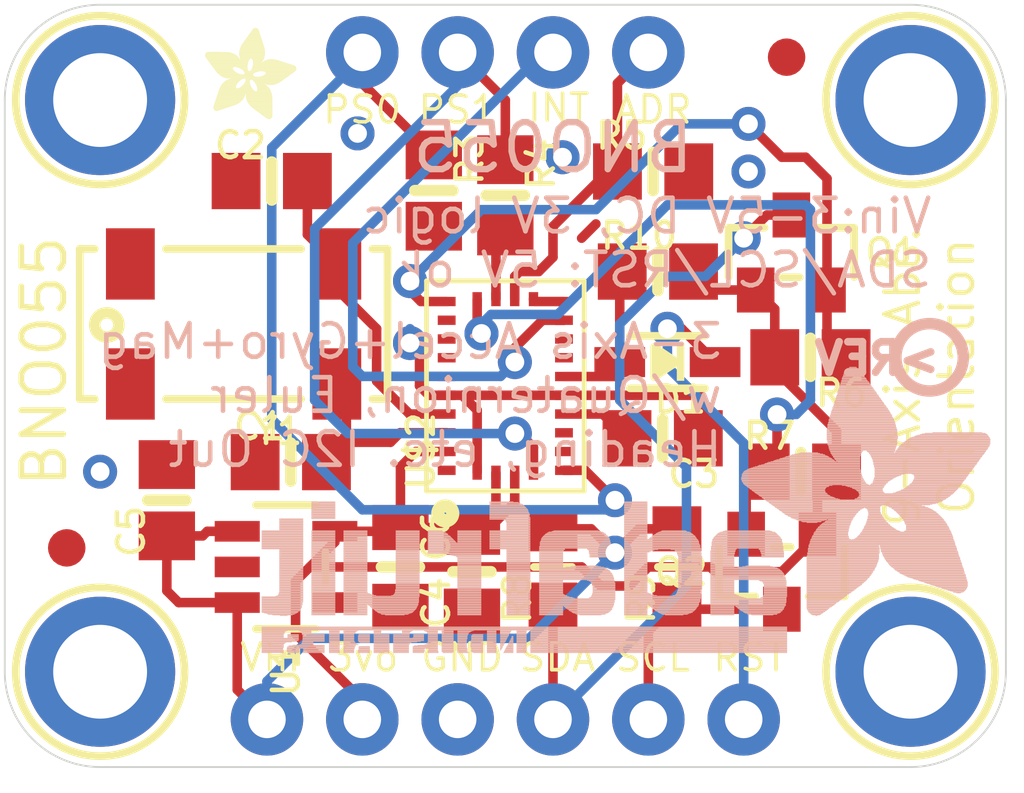
<source format=kicad_pcb>
(kicad_pcb (version 20211014) (generator pcbnew)
  (layers (0 "F.Cu" signal) (31 "B.Cu" signal) (34 "B.Paste" user) (35 "F.Paste" user) (36 "B.SilkS" user "B.Silkscreen") (37 "F.SilkS" user "F.Silkscreen") (38 "B.Mask" user) (39 "F.Mask" user) (44 "Edge.Cuts" user))
  (net 0 "")
  (net 1 "PS1_3V")
  (net 2 "PS0_3V")
  (net 3 "NRESET_3V")
  (net 4 "INT_3V")
  (net 5 "GND")
  (net 6 "I2CADDR_3V")
  (net 7 "SDA_3V")
  (net 8 "SCL_3V")
  (net 9 "N$1")
  (net 10 "N$2")
  (net 11 "N$3")
  (net 12 "5.0V")
  (net 13 "SDA_5V")
  (net 14 "SCL_5V")
  (net 15 "3.3V")
  (net 16 "RST_5V")
  (footprint "boardEagle:0805_10MGAP" (layer "F.Cu") (at 145.7071 109.8296 -90)
    (fp_text reference "C6" (at -1.5875 -0.9525 90) (layer "F.SilkS") (effects (font (size 0.692831 0.692831) (thickness 0.119969)) (justify right)))
    (fp_text value "10uF")
    (pad "1" smd rect (at -1.05 0 270) (size 1.2 1.5) (layers "F.Cu" "F.Paste" "F.Mask") (net 15 "3.3V"))
    (pad "2" smd rect (at 1.05 0 270) (size 1.2 1.5) (layers "F.Cu" "F.Paste" "F.Mask") (net 5 "GND"))
  )
  (footprint "boardEagle:1X06_ROUND_76" (layer "F.Cu") (at 148.5011 113.8936)
    (fp_text reference "JP1" hide)
    (fp_text value "")
    (pad "1" thru_hole circle (at -6.35 0 90) (size 1.9304 1.9304) (drill 1) (layers *.Cu *.Mask) (net 12 "5.0V"))
    (pad "2" thru_hole circle (at -3.81 0 90) (size 1.9304 1.9304) (drill 1) (layers *.Cu *.Mask) (net 15 "3.3V"))
    (pad "3" thru_hole circle (at -1.27 0 90) (size 1.9304 1.9304) (drill 1) (layers *.Cu *.Mask) (net 5 "GND"))
    (pad "4" thru_hole circle (at 1.27 0 90) (size 1.9304 1.9304) (drill 1) (layers *.Cu *.Mask) (net 13 "SDA_5V"))
    (pad "5" thru_hole circle (at 3.81 0 90) (size 1.9304 1.9304) (drill 1) (layers *.Cu *.Mask) (net 14 "SCL_5V"))
    (pad "6" thru_hole circle (at 6.35 0 90) (size 1.9304 1.9304) (drill 1) (layers *.Cu *.Mask) (net 16 "RST_5V"))
  )
  (footprint "boardEagle:0805-NO" (layer "F.Cu") (at 152.4381 99.2886)
    (fp_text reference "R5" (at -1.5875 -0.9525) (layer "F.SilkS") (effects (font (size 0.692831 0.692831) (thickness 0.119969)) (justify left)))
    (fp_text value "10K")
    (pad "1" smd rect (at -0.95 0) (size 1.3 1.5) (layers "F.Cu" "F.Paste" "F.Mask") (net 6 "I2CADDR_3V"))
    (pad "2" smd rect (at 0.95 0) (size 1.3 1.5) (layers "F.Cu" "F.Paste" "F.Mask") (net 5 "GND"))
  )
  (footprint "boardEagle:_0805MP" (layer "F.Cu") (at 153.0731 109.8296 90)
    (fp_text reference "R9" (at -1.5875 -0.9525 90) (layer "F.SilkS") (effects (font (size 0.692831 0.692831) (thickness 0.119969)) (justify left)))
    (fp_text value "10K")
    (pad "1" smd rect (at -1.016 0 90) (size 1.2 1.3) (layers "F.Cu" "F.Paste" "F.Mask") (net 14 "SCL_5V"))
    (pad "2" smd rect (at 1.016 0 90) (size 1.2 1.3) (layers "F.Cu" "F.Paste" "F.Mask") (net 12 "5.0V"))
  )
  (footprint "boardEagle:0805_10MGAP" (layer "F.Cu") (at 147.6121 109.9566 90)
    (fp_text reference "C4" (at -1.5875 -0.9525 90) (layer "F.SilkS") (effects (font (size 0.692831 0.692831) (thickness 0.119969)) (justify left)))
    (fp_text value "0.1uF")
    (pad "1" smd rect (at -1.05 0 90) (size 1.2 1.5) (layers "F.Cu" "F.Paste" "F.Mask") (net 5 "GND"))
    (pad "2" smd rect (at 1.05 0 90) (size 1.2 1.5) (layers "F.Cu" "F.Paste" "F.Mask") (net 15 "3.3V"))
  )
  (footprint "boardEagle:0805-NO" (layer "F.Cu") (at 156.3751 107.2896)
    (fp_text reference "R7" (at -1.5875 -0.9525) (layer "F.SilkS") (effects (font (size 0.692831 0.692831) (thickness 0.119969)) (justify left)))
    (fp_text value "10K")
    (pad "1" smd rect (at -0.95 0) (size 1.3 1.5) (layers "F.Cu" "F.Paste" "F.Mask") (net 8 "SCL_3V"))
    (pad "2" smd rect (at 0.95 0) (size 1.3 1.5) (layers "F.Cu" "F.Paste" "F.Mask") (net 15 "3.3V"))
  )
  (footprint "boardEagle:1X04_ROUND_76" (layer "F.Cu") (at 148.5011 96.1136)
    (fp_text reference "JP2" hide)
    (fp_text value "")
    (pad "1" thru_hole circle (at -3.81 0 90) (size 1.9304 1.9304) (drill 1) (layers *.Cu *.Mask) (net 2 "PS0_3V"))
    (pad "2" thru_hole circle (at -1.27 0 90) (size 1.9304 1.9304) (drill 1) (layers *.Cu *.Mask) (net 1 "PS1_3V"))
    (pad "3" thru_hole circle (at 1.27 0 90) (size 1.9304 1.9304) (drill 1) (layers *.Cu *.Mask) (net 4 "INT_3V"))
    (pad "4" thru_hole circle (at 3.81 0 90) (size 1.9304 1.9304) (drill 1) (layers *.Cu *.Mask) (net 6 "I2CADDR_3V"))
  )
  (footprint "boardEagle:BNO055" (layer "F.Cu") (at 148.5011 105.0036 90)
    (fp_text reference "U$2" (at -2.84 -2.248 90) (layer "F.SilkS") (effects (font (size 0.692831 0.692831) (thickness 0.119969)) (justify left)))
    (fp_text value "BNO055")
    (pad "1" smd rect (at -2.25 -1.5625 90) (size 0.25 0.475) (layers "F.Cu" "F.Paste" "F.Mask"))
    (pad "2" smd rect (at -2.3125 -0.75 90) (size 0.375 0.25) (layers "F.Cu" "F.Paste" "F.Mask") (net 5 "GND"))
    (pad "3" smd rect (at -2.3125 -0.25 90) (size 0.375 0.25) (layers "F.Cu" "F.Paste" "F.Mask") (net 15 "3.3V"))
    (pad "4" smd rect (at -2.3125 0.25 90) (size 0.375 0.25) (layers "F.Cu" "F.Paste" "F.Mask") (net 15 "3.3V"))
    (pad "5" smd rect (at -2.3125 0.75 90) (size 0.375 0.25) (layers "F.Cu" "F.Paste" "F.Mask") (net 1 "PS1_3V"))
    (pad "6" smd rect (at -2.25 1.5625 90) (size 0.25 0.475) (layers "F.Cu" "F.Paste" "F.Mask") (net 2 "PS0_3V"))
    (pad "7" smd rect (at -1.75 1.5625 90) (size 0.25 0.475) (layers "F.Cu" "F.Paste" "F.Mask"))
    (pad "8" smd rect (at -1.25 1.5625 90) (size 0.25 0.475) (layers "F.Cu" "F.Paste" "F.Mask"))
    (pad "9" smd rect (at -0.75 1.5625 90) (size 0.25 0.475) (layers "F.Cu" "F.Paste" "F.Mask") (net 11 "N$3"))
    (pad "10" smd rect (at -0.25 1.5625 90) (size 0.25 0.475) (layers "F.Cu" "F.Paste" "F.Mask") (net 5 "GND"))
    (pad "11" smd rect (at 0.25 1.5625 90) (size 0.25 0.475) (layers "F.Cu" "F.Paste" "F.Mask") (net 3 "NRESET_3V"))
    (pad "12" smd rect (at 0.75 1.5625 90) (size 0.25 0.475) (layers "F.Cu" "F.Paste" "F.Mask"))
    (pad "13" smd rect (at 1.25 1.5625 90) (size 0.25 0.475) (layers "F.Cu" "F.Paste" "F.Mask"))
    (pad "14" smd rect (at 1.75 1.5625 90) (size 0.25 0.475) (layers "F.Cu" "F.Paste" "F.Mask") (net 4 "INT_3V"))
    (pad "15" smd rect (at 2.25 1.5625 90) (size 0.25 0.475) (layers "F.Cu" "F.Paste" "F.Mask") (net 5 "GND"))
    (pad "16" smd rect (at 2.3125 0.75 90) (size 0.375 0.25) (layers "F.Cu" "F.Paste" "F.Mask") (net 5 "GND"))
    (pad "17" smd rect (at 2.3125 0.25 90) (size 0.375 0.25) (layers "F.Cu" "F.Paste" "F.Mask") (net 6 "I2CADDR_3V"))
    (pad "18" smd rect (at 2.3125 -0.25 90) (size 0.375 0.25) (layers "F.Cu" "F.Paste" "F.Mask") (net 5 "GND"))
    (pad "19" smd rect (at 2.3125 -0.75 90) (size 0.375 0.25) (layers "F.Cu" "F.Paste" "F.Mask") (net 8 "SCL_3V"))
    (pad "20" smd rect (at 2.25 -1.5625 90) (size 0.25 0.475) (layers "F.Cu" "F.Paste" "F.Mask") (net 7 "SDA_3V"))
    (pad "21" smd rect (at 1.75 -1.5625 90) (size 0.25 0.475) (layers "F.Cu" "F.Paste" "F.Mask"))
    (pad "22" smd rect (at 1.25 -1.5625 90) (size 0.25 0.475) (layers "F.Cu" "F.Paste" "F.Mask"))
    (pad "23" smd rect (at 0.75 -1.5625 90) (size 0.25 0.475) (layers "F.Cu" "F.Paste" "F.Mask"))
    (pad "24" smd rect (at 0.25 -1.5625 90) (size 0.25 0.475) (layers "F.Cu" "F.Paste" "F.Mask"))
    (pad "25" smd rect (at -0.25 -1.5625 90) (size 0.25 0.475) (layers "F.Cu" "F.Paste" "F.Mask") (net 5 "GND"))
    (pad "26" smd rect (at -0.75 -1.5625 90) (size 0.25 0.475) (layers "F.Cu" "F.Paste" "F.Mask") (net 10 "N$2"))
    (pad "27" smd rect (at -1.25 -1.5625 90) (size 0.25 0.475) (layers "F.Cu" "F.Paste" "F.Mask") (net 9 "N$1"))
    (pad "28" smd rect (at -1.75 -1.5625 90) (size 0.25 0.475) (layers "F.Cu" "F.Paste" "F.Mask") (net 15 "3.3V"))
  )
  (footprint "boardEagle:MOUNTINGHOLE_2.5_PLATED_THICK" (layer "F.Cu") (at 137.7061 112.6236)
    (fp_text reference "U$30" hide)
    (fp_text value "MOUNTINGHOLE2.5_THICK" hide)
    (pad "P$1" thru_hole circle (at 0 0) (size 4 4) (drill 2.5) (layers *.Cu *.Mask))
  )
  (footprint "boardEagle:SOT23-WIDE" (layer "F.Cu") (at 155.8671 109.9566 180)
    (fp_text reference "Q2" (at 1.905 0) (layer "F.SilkS") (effects (font (size 0.692831 0.692831) (thickness 0.119969)) (justify right)))
    (fp_text value "BSS138")
    (pad "1" smd rect (at -0.95 1 180) (size 1 1.2) (layers "F.Cu" "F.Paste" "F.Mask") (net 15 "3.3V"))
    (pad "2" smd rect (at 0.95 1 180) (size 1 1.2) (layers "F.Cu" "F.Paste" "F.Mask") (net 8 "SCL_3V"))
    (pad "3" smd rect (at 0 -1 180) (size 1 1.2) (layers "F.Cu" "F.Paste" "F.Mask") (net 14 "SCL_5V"))
  )
  (footprint "boardEagle:0805-NO" (layer "F.Cu") (at 139.4841 108.0516 90)
    (fp_text reference "C5" (at -1.5875 -0.9525 90) (layer "F.SilkS") (effects (font (size 0.692831 0.692831) (thickness 0.119969)) (justify left)))
    (fp_text value "10uF")
    (pad "1" smd rect (at -0.95 0 90) (size 1.3 1.5) (layers "F.Cu" "F.Paste" "F.Mask") (net 12 "5.0V"))
    (pad "2" smd rect (at 0.95 0 90) (size 1.3 1.5) (layers "F.Cu" "F.Paste" "F.Mask") (net 5 "GND"))
  )
  (footprint "boardEagle:CRYSTAL_8X3.8" (layer "F.Cu") (at 141.2621 103.3526 180)
    (fp_text reference "Y1" (at -1.9 -2.854) (layer "F.SilkS") (effects (font (size 0.692831 0.692831) (thickness 0.119969)) (justify right)))
    (fp_text value "32.768kHz")
    (pad "P$1" smd rect (at -2.75 1.6 180) (size 1.3 1.9) (layers "F.Cu" "F.Paste" "F.Mask") (net 10 "N$2"))
    (pad "P$2" smd rect (at 2.75 1.6 180) (size 1.3 1.9) (layers "F.Cu" "F.Paste" "F.Mask"))
    (pad "P$3" smd rect (at 2.75 -1.6 180) (size 1.3 1.9) (layers "F.Cu" "F.Paste" "F.Mask"))
    (pad "P$4" smd rect (at -2.75 -1.6 180) (size 1.3 1.9) (layers "F.Cu" "F.Paste" "F.Mask") (net 9 "N$1"))
  )
  (footprint "boardEagle:0805-NO" (layer "F.Cu") (at 148.5011 99.9236 -90)
    (fp_text reference "R4" (at -1.5875 -0.9525 90) (layer "F.SilkS") (effects (font (size 0.692831 0.692831) (thickness 0.119969)) (justify right)))
    (fp_text value "10K")
    (pad "1" smd rect (at -0.95 0 270) (size 1.3 1.5) (layers "F.Cu" "F.Paste" "F.Mask") (net 1 "PS1_3V"))
    (pad "2" smd rect (at 0.95 0 270) (size 1.3 1.5) (layers "F.Cu" "F.Paste" "F.Mask") (net 5 "GND"))
  )
  (footprint "boardEagle:MOUNTINGHOLE_2.5_PLATED_THICK" (layer "F.Cu") (at 159.2961 112.6236)
    (fp_text reference "U$32" hide)
    (fp_text value "MOUNTINGHOLE2.5_THICK" hide)
    (pad "P$1" thru_hole circle (at 0 0) (size 4 4) (drill 2.5) (layers *.Cu *.Mask))
  )
  (footprint "boardEagle:_0805MP" (layer "F.Cu") (at 149.7711 109.8296 90)
    (fp_text reference "R8" (at -1.5875 -0.9525 90) (layer "F.SilkS") (effects (font (size 0.692831 0.692831) (thickness 0.119969)) (justify left)))
    (fp_text value "10K")
    (pad "1" smd rect (at -1.016 0 90) (size 1.2 1.3) (layers "F.Cu" "F.Paste" "F.Mask") (net 13 "SDA_5V"))
    (pad "2" smd rect (at 1.016 0 90) (size 1.2 1.3) (layers "F.Cu" "F.Paste" "F.Mask") (net 12 "5.0V"))
  )
  (footprint "boardEagle:MOUNTINGHOLE_2.5_PLATED_THICK" (layer "F.Cu") (at 159.2961 97.3836)
    (fp_text reference "U$31" hide)
    (fp_text value "MOUNTINGHOLE2.5_THICK" hide)
    (pad "P$1" thru_hole circle (at 0 0) (size 4 4) (drill 2.5) (layers *.Cu *.Mask))
  )
  (footprint "boardEagle:0805-NO" (layer "F.Cu") (at 156.6291 104.2416 180)
    (fp_text reference "R6" (at -1.5875 -0.9525) (layer "F.SilkS") (effects (font (size 0.692831 0.692831) (thickness 0.119969)) (justify right)))
    (fp_text value "10K")
    (pad "1" smd rect (at -0.95 0 180) (size 1.3 1.5) (layers "F.Cu" "F.Paste" "F.Mask") (net 7 "SDA_3V"))
    (pad "2" smd rect (at 0.95 0 180) (size 1.3 1.5) (layers "F.Cu" "F.Paste" "F.Mask") (net 15 "3.3V"))
  )
  (footprint "boardEagle:0805-NO" (layer "F.Cu") (at 142.7861 107.0356)
    (fp_text reference "C1" (at -1.5875 -0.9525) (layer "F.SilkS") (effects (font (size 0.692831 0.692831) (thickness 0.119969)) (justify left)))
    (fp_text value "22pF")
    (pad "1" smd rect (at -0.95 0) (size 1.3 1.5) (layers "F.Cu" "F.Paste" "F.Mask") (net 5 "GND"))
    (pad "2" smd rect (at 0.95 0) (size 1.3 1.5) (layers "F.Cu" "F.Paste" "F.Mask") (net 9 "N$1"))
  )
  (footprint "boardEagle:0805-NO" (layer "F.Cu") (at 146.5961 99.7966 -90)
    (fp_text reference "R3" (at -1.5875 -0.9525 90) (layer "F.SilkS") (effects (font (size 0.692831 0.692831) (thickness 0.119969)) (justify right)))
    (fp_text value "10K")
    (pad "1" smd rect (at -0.95 0 270) (size 1.3 1.5) (layers "F.Cu" "F.Paste" "F.Mask") (net 2 "PS0_3V"))
    (pad "2" smd rect (at 0.95 0 270) (size 1.3 1.5) (layers "F.Cu" "F.Paste" "F.Mask") (net 5 "GND"))
  )
  (footprint "boardEagle:0805-NO" (layer "F.Cu") (at 142.2781 99.5426)
    (fp_text reference "C2" (at -1.5875 -0.9525) (layer "F.SilkS") (effects (font (size 0.692831 0.692831) (thickness 0.119969)) (justify left)))
    (fp_text value "22pF")
    (pad "1" smd rect (at -0.95 0) (size 1.3 1.5) (layers "F.Cu" "F.Paste" "F.Mask") (net 5 "GND"))
    (pad "2" smd rect (at 0.95 0) (size 1.3 1.5) (layers "F.Cu" "F.Paste" "F.Mask") (net 10 "N$2"))
  )
  (footprint "boardEagle:SOT23-WIDE" (layer "F.Cu") (at 156.1211 101.4476)
    (fp_text reference "Q1" (at 1.905 0) (layer "F.SilkS") (effects (font (size 0.692831 0.692831) (thickness 0.119969)) (justify left)))
    (fp_text value "BSS138")
    (pad "1" smd rect (at -0.95 1) (size 1 1.2) (layers "F.Cu" "F.Paste" "F.Mask") (net 15 "3.3V"))
    (pad "2" smd rect (at 0.95 1) (size 1 1.2) (layers "F.Cu" "F.Paste" "F.Mask") (net 7 "SDA_3V"))
    (pad "3" smd rect (at 0 -1) (size 1 1.2) (layers "F.Cu" "F.Paste" "F.Mask") (net 13 "SDA_5V"))
  )
  (footprint "boardEagle:FIDUCIAL_1MM" (layer "F.Cu") (at 155.9941 96.2406)
    (fp_text reference "FID1" hide)
    (fp_text value "FIDUCIAL\"\"" hide)
    (pad "1" smd roundrect (at 0 0) (size 1 1) (layers "F.Cu" "F.Mask") (roundrect_rratio 0.5))
  )
  (footprint "boardEagle:ADAFRUIT_2.5MM" (layer "F.Cu") (at 140.5001 97.8916)
    (fp_text reference "U$33" hide)
    (fp_text value "" hide)
  )
  (footprint "boardEagle:SOT23-5" (layer "F.Cu") (at 142.6591 109.8296 -90)
    (fp_text reference "U1" (at 1.978 0 90) (layer "F.SilkS") (effects (font (size 0.692831 0.692831) (thickness 0.119969)) (justify right)))
    (fp_text value "MIC5225-3.3")
    (pad "1" smd rect (at -0.95 1.3001 270) (size 0.55 1.2) (layers "F.Cu" "F.Paste" "F.Mask") (net 12 "5.0V"))
    (pad "2" smd rect (at 0 1.3001 270) (size 0.55 1.2) (layers "F.Cu" "F.Paste" "F.Mask") (net 5 "GND"))
    (pad "3" smd rect (at 0.95 1.3001 270) (size 0.55 1.2) (layers "F.Cu" "F.Paste" "F.Mask") (net 12 "5.0V"))
    (pad "4" smd rect (at 0.95 -1.3001 270) (size 0.55 1.2) (layers "F.Cu" "F.Paste" "F.Mask"))
    (pad "5" smd rect (at -0.95 -1.3001 270) (size 0.55 1.2) (layers "F.Cu" "F.Paste" "F.Mask") (net 15 "3.3V"))
  )
  (footprint "boardEagle:0805-NO" (layer "F.Cu") (at 152.5651 101.9556)
    (fp_text reference "R10" (at -1.5875 -0.9525) (layer "F.SilkS") (effects (font (size 0.692831 0.692831) (thickness 0.119969)) (justify left)))
    (fp_text value "10K")
    (pad "1" smd rect (at -0.95 0) (size 1.3 1.5) (layers "F.Cu" "F.Paste" "F.Mask") (net 3 "NRESET_3V"))
    (pad "2" smd rect (at 0.95 0) (size 1.3 1.5) (layers "F.Cu" "F.Paste" "F.Mask") (net 15 "3.3V"))
  )
  (footprint "boardEagle:0805-NO" (layer "F.Cu") (at 152.6921 106.4006 180)
    (fp_text reference "C3" (at -1.5875 -0.9525) (layer "F.SilkS") (effects (font (size 0.692831 0.692831) (thickness 0.119969)) (justify right)))
    (fp_text value "0.1uF")
    (pad "1" smd rect (at -0.95 0 180) (size 1.3 1.5) (layers "F.Cu" "F.Paste" "F.Mask") (net 5 "GND"))
    (pad "2" smd rect (at 0.95 0 180) (size 1.3 1.5) (layers "F.Cu" "F.Paste" "F.Mask") (net 11 "N$3"))
  )
  (footprint "boardEagle:MOUNTINGHOLE_2.5_PLATED_THICK" (layer "F.Cu") (at 137.7061 97.3836)
    (fp_text reference "U$29" hide)
    (fp_text value "MOUNTINGHOLE2.5_THICK" hide)
    (pad "P$1" thru_hole circle (at 0 0) (size 4 4) (drill 2.5) (layers *.Cu *.Mask))
  )
  (footprint "boardEagle:FIDUCIAL_1MM" (layer "F.Cu") (at 136.8171 109.3216)
    (fp_text reference "FID2" hide)
    (fp_text value "FIDUCIAL\"\"" hide)
    (pad "1" smd roundrect (at 0 0) (size 1 1) (layers "F.Cu" "F.Mask") (roundrect_rratio 0.5))
  )
  (footprint "boardEagle:SOD-323" (layer "F.Cu") (at 152.8191 104.3686 180)
    (fp_text reference "D1" (at -1.1 -1) (layer "F.SilkS") (effects (font (size 0.692831 0.692831) (thickness 0.119969)) (justify right)))
    (fp_text value "1n4148")
    (pad "A" smd rect (at 1.27 0 180) (size 1.35 0.8) (layers "F.Cu" "F.Paste" "F.Mask") (net 3 "NRESET_3V"))
    (pad "C" smd rect (at -1.27 0 180) (size 1.35 0.8) (layers "F.Cu" "F.Paste" "F.Mask") (net 16 "RST_5V"))
  )
  (footprint "boardEagle:PCBFEAT-REV-040" (layer "B.Cu") (at 159.8041 104.2416 180)
    (fp_text reference "U$3" hide)
    (fp_text value "" hide)
    (fp_text user ">REV" (at -0.3556 -0.508) (layer "B.SilkS") (effects (font (size 0.8128 0.8128) (thickness 0.2032)) (justify left bottom mirror)))
  )
  (footprint "boardEagle:ADAFRUIT_TEXT_20MM" (layer "B.Cu") (at 161.5821 112.1156 180)
    (fp_text reference "U$28" hide)
    (fp_text value "" hide)
  )
  (gr_arc (start 159.2961 94.8436) (mid 161.092151 95.587549) (end 161.8361 97.3836) (layer "Edge.Cuts") (width 0.05))
  (gr_line (start 159.2961 115.1636) (end 137.7061 115.1636) (layer "Edge.Cuts") (width 0.05))
  (gr_line (start 161.8361 97.3836) (end 161.8361 112.6236) (layer "Edge.Cuts") (width 0.05))
  (gr_arc (start 135.1661 97.3836) (mid 135.910049 95.587549) (end 137.7061 94.8436) (layer "Edge.Cuts") (width 0.05))
  (gr_arc (start 161.8361 112.6236) (mid 161.092151 114.419651) (end 159.2961 115.1636) (layer "Edge.Cuts") (width 0.05))
  (gr_arc (start 137.7061 115.1636) (mid 135.910049 114.419651) (end 135.1661 112.6236) (layer "Edge.Cuts") (width 0.05))
  (gr_line (start 135.1661 112.6236) (end 135.1661 97.3836) (layer "Edge.Cuts") (width 0.05))
  (gr_line (start 137.7061 94.8436) (end 159.2961 94.8436) (layer "Edge.Cuts") (width 0.05))
  (gr_text "3-Axis Accel+Gyro+Mag\nw/Quaternion, Euler\nHeading, etc. I2C Out" (at 154.3431 105.2576) (layer "B.SilkS") (effects (font (size 0.89408 0.89408) (thickness 0.12192)) (justify left mirror)))
  (gr_text "BNO055" (at 149.7711 98.6536) (layer "B.SilkS") (effects (font (size 1.251712 1.251712) (thickness 0.170688)) (justify mirror)))
  (gr_text "Vin:3-5V DC, 3V logic\nSDA/SCL/RST: 5V ok" (at 159.9311 101.1936) (layer "B.SilkS") (effects (font (size 0.89408 0.89408) (thickness 0.12192)) (justify left mirror)))
  (gr_text "3vo" (at 144.7131 112.2426) (layer "F.SilkS") (effects (font (size 0.715264 0.715264) (thickness 0.097536))))
  (gr_text "GND" (at 147.3531 112.2426) (layer "F.SilkS") (effects (font (size 0.715264 0.715264) (thickness 0.097536))))
  (gr_text "ADR" (at 152.4471 97.6376) (layer "F.SilkS") (effects (font (size 0.715264 0.715264) (thickness 0.097536))))
  (gr_text "RST" (at 155.0131 112.2426) (layer "F.SilkS") (effects (font (size 0.715264 0.715264) (thickness 0.097536))))
  (gr_text "INT" (at 149.9241 97.5896) (layer "F.SilkS") (effects (font (size 0.715264 0.715264) (thickness 0.097536))))
  (gr_text "PS1" (at 147.2261 97.6376) (layer "F.SilkS") (effects (font (size 0.715264 0.715264) (thickness 0.097536))))
  (gr_text "Vin" (at 142.2401 112.2426) (layer "F.SilkS") (effects (font (size 0.715264 0.715264) (thickness 0.097536))))
  (gr_text "9-Axis Abs.\nOrientation" (at 159.8041 104.7496 90) (layer "F.SilkS") (effects (font (size 0.89408 0.89408) (thickness 0.12192))))
  (gr_text "BNO055" (at 136.2161 104.3466 90) (layer "F.SilkS") (effects (font (size 1.1176 1.1176) (thickness 0.1524))))
  (gr_text "PS0" (at 144.6861 97.6376) (layer "F.SilkS") (effects (font (size 0.715264 0.715264) (thickness 0.097536))))
  (gr_text "SDA" (at 149.8931 112.2426) (layer "F.SilkS") (effects (font (size 0.715264 0.715264) (thickness 0.097536))))
  (gr_text "SCL" (at 152.4331 112.2426) (layer "F.SilkS") (effects (font (size 0.715264 0.715264) (thickness 0.097536))))
  (segment (start 149.2511 107.3161) (end 149.2511 106.6426) (width 0.254) (layer "F.Cu") (net 1))
  (segment (start 148.8821 106.2736) (end 148.7551 106.2736) (width 0.254) (layer "F.Cu") (net 1))
  (segment (start 147.2311 96.1136) (end 148.5011 97.3836) (width 0.254) (layer "F.Cu") (net 1))
  (segment (start 149.2511 106.6426) (end 148.8821 106.2736) (width 0.254) (layer "F.Cu") (net 1))
  (segment (start 148.5011 97.3836) (end 148.5011 98.9736) (width 0.254) (layer "F.Cu") (net 1))
  (via (at 148.7551 106.2736) (size 0.9064) (drill 0.5) (layers "F.Cu" "B.Cu") (net 1))
  (segment (start 143.4211 100.8126) (end 147.2311 97.0026) (width 0.254) (layer "B.Cu") (net 1))
  (segment (start 147.2311 97.0026) (end 147.2311 96.1136) (width 0.254) (layer "B.Cu") (net 1))
  (segment (start 148.7551 106.2736) (end 144.3101 106.2736) (width 0.254) (layer "B.Cu") (net 1))
  (segment (start 144.3101 106.2736) (end 143.4211 105.3846) (width 0.254) (layer "B.Cu") (net 1))
  (segment (start 143.4211 105.3846) (end 143.4211 100.8126) (width 0.254) (layer "B.Cu") (net 1))
  (segment (start 150.0636 107.2536) (end 150.6241 107.2536) (width 0.254) (layer "F.Cu") (net 2))
  (segment (start 144.6911 96.1136) (end 144.6911 96.9416) (width 0.254) (layer "F.Cu") (net 2))
  (segment (start 150.6241 107.2536) (end 151.4221 108.0516) (width 0.254) (layer "F.Cu") (net 2))
  (segment (start 144.6911 96.9416) (end 146.5961 98.8466) (width 0.254) (layer "F.Cu") (net 2))
  (via (at 151.4221 108.0516) (size 0.9064) (drill 0.5) (layers "F.Cu" "B.Cu") (net 2))
  (segment (start 142.2781 105.8926) (end 144.6911 108.3056) (width 0.254) (layer "B.Cu") (net 2))
  (segment (start 151.1681 108.3056) (end 151.4221 108.0516) (width 0.254) (layer "B.Cu") (net 2))
  (segment (start 142.2781 98.6536) (end 142.2781 105.8926) (width 0.254) (layer "B.Cu") (net 2))
  (segment (start 144.6911 108.3056) (end 151.1681 108.3056) (width 0.254) (layer "B.Cu") (net 2))
  (segment (start 144.6911 96.2406) (end 142.2781 98.6536) (width 0.254) (layer "B.Cu") (net 2))
  (segment (start 144.6911 96.1136) (end 144.6911 96.2406) (width 0.254) (layer "B.Cu") (net 2))
  (segment (start 150.0636 104.7536) (end 151.4181 104.7536) (width 0.254) (layer "F.Cu") (net 3))
  (segment (start 151.5491 104.6226) (end 151.5491 104.3686) (width 0.254) (layer "F.Cu") (net 3))
  (segment (start 151.6151 101.9556) (end 151.5491 101.8896) (width 0.254) (layer "F.Cu") (net 3))
  (segment (start 151.5491 101.8896) (end 151.5491 104.3686) (width 0.254) (layer "F.Cu") (net 3))
  (segment (start 151.4181 104.7536) (end 151.5491 104.6226) (width 0.254) (layer "F.Cu") (net 3))
  (segment (start 148.7551 103.9876) (end 148.7551 104.3686) (width 0.254) (layer "F.Cu") (net 4))
  (segment (start 149.4891 103.2536) (end 148.7551 103.9876) (width 0.254) (layer "F.Cu") (net 4))
  (segment (start 150.0636 103.2536) (end 149.4891 103.2536) (width 0.254) (layer "F.Cu") (net 4))
  (via (at 148.7551 104.3686) (size 0.9064) (drill 0.5) (layers "F.Cu" "B.Cu") (net 4))
  (segment (start 144.6911 104.7496) (end 144.4371 104.4956) (width 0.254) (layer "B.Cu") (net 4))
  (segment (start 149.5171 96.1136) (end 149.7711 96.1136) (width 0.254) (layer "B.Cu") (net 4))
  (segment (start 144.4371 101.1936) (end 149.5171 96.1136) (width 0.254) (layer "B.Cu") (net 4))
  (segment (start 148.3741 104.7496) (end 148.7551 104.3686) (width 0.254) (layer "B.Cu") (net 4))
  (segment (start 144.4371 104.4956) (end 144.4371 101.1936) (width 0.254) (layer "B.Cu") (net 4))
  (segment (start 144.6911 104.7496) (end 148.3741 104.7496) (width 0.254) (layer "B.Cu") (net 4))
  (segment (start 150.5331 101.0666) (end 150.9141 100.6856) (width 0.254) (layer "F.Cu") (net 5))
  (segment (start 153.0731 99.2886) (end 153.3881 99.2886) (width 0.254) (layer "F.Cu") (net 5))
  (segment (start 146.9386 105.2536) (end 146.4651 105.2536) (width 0.254) (layer "F.Cu") (net 5))
  (segment (start 147.7511 107.3161) (end 147.7511 105.6506) (width 0.254) (layer "F.Cu") (net 5))
  (segment (start 147.3541 105.2536) (end 146.9386 105.2536) (width 0.254) (layer "F.Cu") (net 5))
  (segment (start 153.7041 105.2536) (end 153.7081 105.2576) (width 0.254) (layer "F.Cu") (net 5))
  (segment (start 147.4216 105.3211) (end 147.3541 105.2536) (width 0.254) (layer "F.Cu") (net 5))
  (segment (start 153.7081 106.3346) (end 153.6421 106.4006) (width 0.254) (layer "F.Cu") (net 5))
  (segment (start 150.0636 105.2536) (end 153.7041 105.2536) (width 0.254) (layer "F.Cu") (net 5))
  (segment (start 146.2151 105.0036) (end 146.2151 103.9876) (width 0.254) (layer "F.Cu") (net 5))
  (segment (start 147.7511 105.6506) (end 147.4216 105.3211) (width 0.254) (layer "F.Cu") (net 5))
  (segment (start 147.4891 105.2536) (end 147.4216 105.3211) (width 0.254) (layer "F.Cu") (net 5))
  (segment (start 150.0636 105.2536) (end 147.4891 105.2536) (width 0.254) (layer "F.Cu") (net 5))
  (segment (start 149.3136 102.7536) (end 150.0636 102.7536) (width 0.254) (layer "F.Cu") (net 5))
  (segment (start 148.2511 101.1236) (end 148.5011 100.8736) (width 0.254) (layer "F.Cu") (net 5))
  (segment (start 146.4651 105.2536) (end 146.2151 105.0036) (width 0.254) (layer "F.Cu") (net 5))
  (segment (start 148.2511 102.6911) (end 148.2511 101.1236) (width 0.254) (layer "F.Cu") (net 5))
  (segment (start 153.7081 105.2576) (end 153.7081 106.3346) (width 0.254) (layer "F.Cu") (net 5))
  (segment (start 149.2511 102.6911) (end 149.3136 102.7536) (width 0.254) (layer "F.Cu") (net 5))
  (via (at 154.9781 99.2886) (size 0.9064) (drill 0.5) (layers "F.Cu" "B.Cu") (net 5))
  (via (at 145.9611 103.8606) (size 0.9064) (drill 0.5) (layers "F.Cu" "B.Cu") (net 5))
  (via (at 150.0251 98.9076) (size 0.9064) (drill 0.5) (layers "F.Cu" "B.Cu") (net 5))
  (via (at 137.7061 107.2896) (size 0.9064) (drill 0.5) (layers "F.Cu" "B.Cu") (net 5))
  (via (at 144.5641 98.2726) (size 0.9064) (drill 0.5) (layers "F.Cu" "B.Cu") (net 5))
  (segment (start 146.0881 103.6066) (end 145.9611 103.4796) (width 0.254) (layer "B.Cu") (net 5))
  (segment (start 149.3901 101.9556) (end 148.8821 101.9556) (width 0.254) (layer "F.Cu") (net 6))
  (segment (start 151.2341 99.2886) (end 151.4881 99.2886) (width 0.254) (layer "F.Cu") (net 6))
  (segment (start 148.8821 101.9556) (end 148.7511 102.0866) (width 0.254) (layer "F.Cu") (net 6))
  (segment (start 148.7511 102.0866) (end 148.7511 102.6911) (width 0.254) (layer "F.Cu") (net 6))
  (segment (start 151.4881 99.2886) (end 151.4881 96.9366) (width 0.254) (layer "F.Cu") (net 6))
  (segment (start 149.7711 100.7516) (end 151.2341 99.2886) (width 0.254) (layer "F.Cu") (net 6))
  (segment (start 151.4881 96.9366) (end 152.3111 96.1136) (width 0.254) (layer "F.Cu") (net 6))
  (segment (start 149.3901 101.9556) (end 149.7711 101.5746) (width 0.254) (layer "F.Cu") (net 6))
  (segment (start 149.7711 101.5746) (end 149.7711 100.7516) (width 0.254) (layer "F.Cu") (net 6))
  (segment (start 156.5021 98.9076) (end 155.8671 98.9076) (width 0.254) (layer "F.Cu") (net 7))
  (segment (start 146.9386 102.7536) (end 146.2511 102.7536) (width 0.254) (layer "F.Cu") (net 7))
  (segment (start 145.9611 102.4636) (end 145.9611 102.2096) (width 0.254) (layer "F.Cu") (net 7))
  (segment (start 146.2511 102.7536) (end 145.9611 102.4636) (width 0.254) (layer "F.Cu") (net 7))
  (segment (start 155.8671 98.9076) (end 154.9781 98.0186) (width 0.254) (layer "F.Cu") (net 7))
  (segment (start 157.0711 103.7336) (end 157.0711 102.4476) (width 0.254) (layer "F.Cu") (net 7))
  (segment (start 157.0711 102.4476) (end 157.0711 99.4766) (width 0.254) (layer "F.Cu") (net 7))
  (segment (start 157.5791 104.2416) (end 157.0711 103.7336) (width 0.254) (layer "F.Cu") (net 7))
  (segment (start 157.0711 99.4766) (end 156.5021 98.9076) (width 0.254) (layer "F.Cu") (net 7))
  (via (at 154.9781 98.0186) (size 0.9064) (drill 0.5) (layers "F.Cu" "B.Cu") (net 7))
  (via (at 145.9611 102.2096) (size 0.9064) (drill 0.5) (layers "F.Cu" "B.Cu") (net 7))
  (segment (start 150.9141 100.3046) (end 153.2001 98.0186) (width 0.254) (layer "B.Cu") (net 7))
  (segment (start 147.8661 100.3046) (end 150.9141 100.3046) (width 0.254) (layer "B.Cu") (net 7))
  (segment (start 147.8661 100.3046) (end 145.9611 102.2096) (width 0.254) (layer "B.Cu") (net 7))
  (segment (start 153.2001 98.0186) (end 154.9781 98.0186) (width 0.254) (layer "B.Cu") (net 7))
  (segment (start 155.6741 107.2896) (end 155.4251 107.2896) (width 0.254) (layer "F.Cu") (net 8))
  (segment (start 155.7401 105.7656) (end 155.7401 107.2236) (width 0.254) (layer "F.Cu") (net 8))
  (segment (start 155.4251 107.2896) (end 154.9171 107.7976) (width 0.254) (layer "F.Cu") (net 8))
  (segment (start 147.7511 103.4916) (end 147.8661 103.6066) (width 0.254) (layer "F.Cu") (net 8))
  (segment (start 147.7511 102.6911) (end 147.7511 103.4916) (width 0.254) (layer "F.Cu") (net 8))
  (segment (start 155.7401 107.2236) (end 155.6741 107.2896) (width 0.254) (layer "F.Cu") (net 8))
  (segment (start 154.9171 107.7976) (end 154.9171 108.9566) (width 0.254) (layer "F.Cu") (net 8))
  (via (at 147.8661 103.6066) (size 0.9064) (drill 0.5) (layers "F.Cu" "B.Cu") (net 8))
  (via (at 155.7401 105.7656) (size 0.9064) (drill 0.5) (layers "F.Cu" "B.Cu") (net 8))
  (segment (start 156.6291 105.3846) (end 156.2481 105.7656) (width 0.254) (layer "B.Cu") (net 8))
  (segment (start 148.1201 103.0986) (end 149.8981 103.0986) (width 0.254) (layer "B.Cu") (net 8))
  (segment (start 152.8191 100.1776) (end 156.5021 100.1776) (width 0.254) (layer "B.Cu") (net 8))
  (segment (start 156.6291 100.3046) (end 156.6291 105.3846) (width 0.254) (layer "B.Cu") (net 8))
  (segment (start 147.8661 103.3526) (end 148.1201 103.0986) (width 0.254) (layer "B.Cu") (net 8))
  (segment (start 147.8661 103.6066) (end 147.8661 103.3526) (width 0.254) (layer "B.Cu") (net 8))
  (segment (start 156.2481 105.7656) (end 155.7401 105.7656) (width 0.254) (layer "B.Cu") (net 8))
  (segment (start 149.8981 103.0986) (end 152.8191 100.1776) (width 0.254) (layer "B.Cu") (net 8))
  (segment (start 156.5021 100.1776) (end 156.6291 100.3046) (width 0.254) (layer "B.Cu") (net 8))
  (segment (start 145.4421 106.5056) (end 144.2661 106.5056) (width 0.254) (layer "F.Cu") (net 9))
  (segment (start 144.0121 104.9526) (end 144.2661 105.2066) (width 0.254) (layer "F.Cu") (net 9))
  (segment (start 146.9386 106.2536) (end 145.6941 106.2536) (width 0.254) (layer "F.Cu") (net 9))
  (segment (start 144.2661 106.5056) (end 143.7361 107.0356) (width 0.254) (layer "F.Cu") (net 9))
  (segment (start 144.2661 105.2066) (end 144.2661 106.5056) (width 0.254) (layer "F.Cu") (net 9))
  (segment (start 145.6941 106.2536) (end 145.4421 106.5056) (width 0.254) (layer "F.Cu") (net 9))
  (segment (start 143.2281 100.9686) (end 143.2281 99.5426) (width 0.254) (layer "F.Cu") (net 10))
  (segment (start 145.0721 103.4796) (end 144.0121 102.4196) (width 0.254) (layer "F.Cu") (net 10))
  (segment (start 143.2281 100.9686) (end 144.0121 101.7526) (width 0.254) (layer "F.Cu") (net 10))
  (segment (start 144.0121 102.4196) (end 144.0121 101.7526) (width 0.254) (layer "F.Cu") (net 10))
  (segment (start 145.9491 105.7536) (end 145.0721 104.8766) (width 0.254) (layer "F.Cu") (net 10))
  (segment (start 145.0721 104.8766) (end 145.0721 103.4796) (width 0.254) (layer "F.Cu") (net 10))
  (segment (start 146.9386 105.7536) (end 145.9491 105.7536) (width 0.254) (layer "F.Cu") (net 10))
  (segment (start 151.0951 105.7536) (end 151.7421 106.4006) (width 0.254) (layer "F.Cu") (net 11))
  (segment (start 150.0636 105.7536) (end 151.0951 105.7536) (width 0.254) (layer "F.Cu") (net 11))
  (segment (start 140.5611 108.8796) (end 140.4391 109.0016) (width 0.254) (layer "F.Cu") (net 12))
  (segment (start 139.4841 110.4646) (end 139.4841 109.0016) (width 0.254) (layer "F.Cu") (net 12))
  (segment (start 141.359 110.7796) (end 139.7991 110.7796) (width 0.254) (layer "F.Cu") (net 12))
  (segment (start 142.1511 113.8936) (end 141.359 113.1015) (width 0.254) (layer "F.Cu") (net 12))
  (segment (start 139.7991 110.7796) (end 139.4841 110.4646) (width 0.254) (layer "F.Cu") (net 12))
  (segment (start 141.359 113.1015) (end 141.359 110.7796) (width 0.254) (layer "F.Cu") (net 12))
  (segment (start 140.4391 109.0016) (end 139.4841 109.0016) (width 0.254) (layer "F.Cu") (net 12))
  (segment (start 152.0571 108.8136) (end 151.4221 109.4486) (width 0.254) (layer "F.Cu") (net 12))
  (segment (start 149.7711 108.8136) (end 150.7871 108.8136) (width 0.254) (layer "F.Cu") (net 12))
  (segment (start 153.0731 108.8136) (end 152.0571 108.8136) (width 0.254) (layer "F.Cu") (net 12))
  (segment (start 150.7871 108.8136) (end 151.4221 109.4486) (width 0.254) (layer "F.Cu") (net 12))
  (segment (start 141.359 108.8796) (end 140.5611 108.8796) (width 0.254) (layer "F.Cu") (net 12))
  (via (at 151.4221 109.4486) (size 0.9064) (drill 0.5) (layers "F.Cu" "B.Cu") (net 12))
  (segment (start 151.4221 109.4486) (end 149.1361 111.7346) (width 0.254) (layer "B.Cu") (net 12))
  (segment (start 143.2941 111.7346) (end 142.1511 112.8776) (width 0.254) (layer "B.Cu") (net 12))
  (segment (start 142.1511 112.8776) (end 142.1511 113.8936) (width 0.254) (layer "B.Cu") (net 12))
  (segment (start 149.1361 111.7346) (end 143.2941 111.7346) (width 0.254) (layer "B.Cu") (net 12))
  (segment (start 154.8511 101.0666) (end 155.4701 100.4476) (width 0.254) (layer "F.Cu") (net 13))
  (segment (start 149.7711 110.8456) (end 149.7711 113.8936) (width 0.254) (layer "F.Cu") (net 13))
  (segment (start 155.4701 100.4476) (end 156.1211 100.4476) (width 0.254) (layer "F.Cu") (net 13))
  (via (at 154.8511 101.0666) (size 0.9064) (drill 0.5) (layers "F.Cu" "B.Cu") (net 13))
  (segment (start 151.5491 105.3846) (end 151.5491 103.3526) (width 0.254) (layer "B.Cu") (net 13))
  (segment (start 151.5491 103.3526) (end 152.8191 102.0826) (width 0.254) (layer "B.Cu") (net 13))
  (segment (start 149.7711 113.8936) (end 153.3271 110.3376) (width 0.254) (layer "B.Cu") (net 13))
  (segment (start 153.3271 110.3376) (end 153.3271 107.1626) (width 0.254) (layer "B.Cu") (net 13))
  (segment (start 152.8191 102.0826) (end 153.8351 102.0826) (width 0.254) (layer "B.Cu") (net 13))
  (segment (start 153.3271 107.1626) (end 151.5491 105.3846) (width 0.254) (layer "B.Cu") (net 13))
  (segment (start 153.8351 102.0826) (end 154.8511 101.0666) (width 0.254) (layer "B.Cu") (net 13))
  (segment (start 153.1841 110.9566) (end 155.8671 110.9566) (width 0.254) (layer "F.Cu") (net 14))
  (segment (start 152.3111 113.8936) (end 152.3111 111.5416) (width 0.254) (layer "F.Cu") (net 14))
  (segment (start 152.3111 111.5416) (end 153.0071 110.8456) (width 0.254) (layer "F.Cu") (net 14))
  (segment (start 153.0071 110.8456) (end 153.0731 110.8456) (width 0.254) (layer "F.Cu") (net 14))
  (segment (start 153.0731 110.8456) (end 153.1841 110.9566) (width 0.254) (layer "F.Cu") (net 14))
  (segment (start 157.3251 107.2896) (end 156.8171 107.7976) (width 0.254) (layer "F.Cu") (net 15))
  (segment (start 145.7071 107.1626) (end 145.7071 108.7796) (width 0.254) (layer "F.Cu") (net 15))
  (segment (start 144.6911 113.3856) (end 142.9131 111.6076) (width 0.254) (layer "F.Cu") (net 15))
  (segment (start 157.3251 106.2076) (end 157.3251 107.2896) (width 0.254) (layer "F.Cu") (net 15))
  (segment (start 146.1161 106.7536) (end 145.7071 107.1626) (width 0.254) (layer "F.Cu") (net 15))
  (segment (start 148.2511 108.6176) (end 147.9621 108.9066) (width 0.254) (layer "F.Cu") (net 15))
  (segment (start 142.9131 110.2106) (end 143.2941 109.8296) (width 0.254) (layer "F.Cu") (net 15))
  (segment (start 145.7071 108.7796) (end 147.4851 108.7796) (width 0.254) (layer "F.Cu") (net 15))
  (segment (start 147.4851 108.7796) (end 147.6121 108.9066) (width 0.254) (layer "F.Cu") (net 15))
  (segment (start 148.2511 107.3161) (end 148.2511 108.6176) (width 0.254) (layer "F.Cu") (net 15))
  (segment (start 148.7511 107.3161) (end 148.7511 108.1176) (width 0.254) (layer "F.Cu") (net 15))
  (segment (start 151.8031 110.3376) (end 152.3111 109.8296) (width 0.254) (layer "F.Cu") (net 15))
  (segment (start 155.6791 102.9556) (end 155.6791 104.2416) (width 0.254) (layer "F.Cu") (net 15))
  (segment (start 142.9131 111.6076) (end 142.9131 110.2106) (width 0.254) (layer "F.Cu") (net 15))
  (segment (start 143.2941 109.8296) (end 143.9592 109.1645) (width 0.254) (layer "F.Cu") (net 15))
  (segment (start 155.1711 102.4476) (end 155.6791 102.9556) (width 0.254) (layer "F.Cu") (net 15))
  (segment (start 151.0411 110.3376) (end 151.8031 110.3376) (width 0.254) (layer "F.Cu") (net 15))
  (segment (start 143.9592 109.1645) (end 143.9592 108.8796) (width 0.254) (layer "F.Cu") (net 15))
  (segment (start 150.5331 109.8296) (end 151.0411 110.3376) (width 0.254) (layer "F.Cu") (net 15))
  (segment (start 145.6071 108.8796) (end 145.7071 108.7796) (width 0.254) (layer "F.Cu") (net 15))
  (segment (start 146.9386 106.7536) (end 146.1161 106.7536) (width 0.254) (layer "F.Cu") (net 15))
  (segment (start 156.8171 107.7976) (end 156.8171 108.9566) (width 0.254) (layer "F.Cu") (net 15))
  (segment (start 143.9592 108.8796) (end 145.6071 108.8796) (width 0.254) (layer "F.Cu") (net 15))
  (segment (start 148.2511 108.6176) (end 148.7511 108.1176) (width 0.254) (layer "F.Cu") (net 15))
  (segment (start 157.1981 107.4166) (end 157.3251 107.2896) (width 0.254) (layer "F.Cu") (net 15))
  (segment (start 152.3111 109.8296) (end 153.9621 109.8296) (width 0.254) (layer "F.Cu") (net 15))
  (segment (start 153.9621 109.8296) (end 154.0891 109.9566) (width 0.254) (layer "F.Cu") (net 15))
  (segment (start 155.6791 104.5616) (end 157.3251 106.2076) (width 0.254) (layer "F.Cu") (net 15))
  (segment (start 143.2941 109.8296) (end 150.5331 109.8296) (width 0.254) (layer "F.Cu") (net 15))
  (segment (start 147.9621 108.9066) (end 147.6121 108.9066) (width 0.254) (layer "F.Cu") (net 15))
  (segment (start 153.5151 101.9556) (end 154.0071 102.4476) (width 0.254) (layer "F.Cu") (net 15))
  (segment (start 144.6911 113.8936) (end 144.6911 113.3856) (width 0.254) (layer "F.Cu") (net 15))
  (segment (start 154.0071 102.4476) (end 155.1711 102.4476) (width 0.254) (layer "F.Cu") (net 15))
  (segment (start 155.6791 104.2416) (end 155.6791 104.5616) (width 0.254) (layer "F.Cu") (net 15))
  (segment (start 156.8171 109.0066) (end 156.8171 108.9566) (width 0.254) (layer "F.Cu") (net 15))
  (segment (start 154.0891 109.9566) (end 155.8671 109.9566) (width 0.254) (layer "F.Cu") (net 15))
  (segment (start 155.8671 109.9566) (end 156.8171 109.0066) (width 0.254) (layer "F.Cu") (net 15))
  (segment (start 154.0891 104.3686) (end 153.2001 103.4796) (width 0.254) (layer "F.Cu") (net 16))
  (segment (start 153.2001 103.4796) (end 152.8191 103.4796) (width 0.254) (layer "F.Cu") (net 16))
  (via (at 152.8191 103.4796) (size 0.9064) (drill 0.5) (layers "F.Cu" "B.Cu") (net 16))
  (segment (start 154.8511 113.8936) (end 154.8511 106.5276) (width 0.254) (layer "B.Cu") (net 16))
  (segment (start 152.8191 104.4956) (end 152.8191 103.4796) (width 0.254) (layer "B.Cu") (net 16))
  (segment (start 154.8511 106.5276) (end 152.8191 104.4956) (width 0.254) (layer "B.Cu") (net 16))
)
</source>
